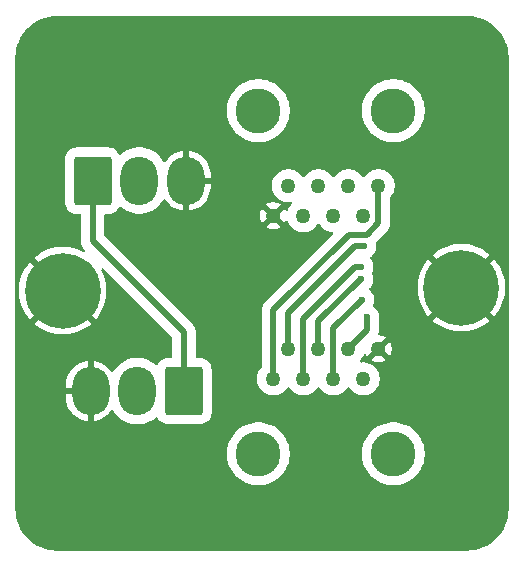
<source format=gbr>
%TF.GenerationSoftware,KiCad,Pcbnew,9.0.0*%
%TF.CreationDate,2025-04-07T00:56:54-07:00*%
%TF.ProjectId,Motor_quick_connect,4d6f746f-725f-4717-9569-636b5f636f6e,rev?*%
%TF.SameCoordinates,Original*%
%TF.FileFunction,Copper,L2,Bot*%
%TF.FilePolarity,Positive*%
%FSLAX46Y46*%
G04 Gerber Fmt 4.6, Leading zero omitted, Abs format (unit mm)*
G04 Created by KiCad (PCBNEW 9.0.0) date 2025-04-07 00:56:54*
%MOMM*%
%LPD*%
G01*
G04 APERTURE LIST*
G04 Aperture macros list*
%AMRoundRect*
0 Rectangle with rounded corners*
0 $1 Rounding radius*
0 $2 $3 $4 $5 $6 $7 $8 $9 X,Y pos of 4 corners*
0 Add a 4 corners polygon primitive as box body*
4,1,4,$2,$3,$4,$5,$6,$7,$8,$9,$2,$3,0*
0 Add four circle primitives for the rounded corners*
1,1,$1+$1,$2,$3*
1,1,$1+$1,$4,$5*
1,1,$1+$1,$6,$7*
1,1,$1+$1,$8,$9*
0 Add four rect primitives between the rounded corners*
20,1,$1+$1,$2,$3,$4,$5,0*
20,1,$1+$1,$4,$5,$6,$7,0*
20,1,$1+$1,$6,$7,$8,$9,0*
20,1,$1+$1,$8,$9,$2,$3,0*%
G04 Aperture macros list end*
%TA.AperFunction,ComponentPad*%
%ADD10C,3.600000*%
%TD*%
%TA.AperFunction,ConnectorPad*%
%ADD11C,6.400000*%
%TD*%
%TA.AperFunction,ComponentPad*%
%ADD12RoundRect,0.250000X-1.330000X-1.800000X1.330000X-1.800000X1.330000X1.800000X-1.330000X1.800000X0*%
%TD*%
%TA.AperFunction,ComponentPad*%
%ADD13O,3.160000X4.100000*%
%TD*%
%TA.AperFunction,ComponentPad*%
%ADD14C,1.270000*%
%TD*%
%TA.AperFunction,ComponentPad*%
%ADD15C,3.810000*%
%TD*%
%TA.AperFunction,ComponentPad*%
%ADD16RoundRect,0.250000X1.330000X1.800000X-1.330000X1.800000X-1.330000X-1.800000X1.330000X-1.800000X0*%
%TD*%
%TA.AperFunction,ViaPad*%
%ADD17C,0.600000*%
%TD*%
%TA.AperFunction,Conductor*%
%ADD18C,0.500000*%
%TD*%
G04 APERTURE END LIST*
D10*
%TO.P,H2,1,1*%
%TO.N,GND*%
X75750000Y-57750000D03*
D11*
X75750000Y-57750000D03*
%TD*%
D12*
%TO.P,J3,1,Pin_1*%
%TO.N,/Sin0*%
X44530000Y-48675000D03*
D13*
%TO.P,J3,2,Pin_2*%
%TO.N,/Cos0*%
X48490000Y-48675000D03*
%TO.P,J3,3,Pin_3*%
%TO.N,GND*%
X52450000Y-48675000D03*
%TD*%
D14*
%TO.P,J4,1,1*%
%TO.N,+5V*%
X59837700Y-65461300D03*
%TO.P,J4,2,2*%
%TO.N,/C_A0*%
X61107700Y-62921300D03*
%TO.P,J4,3,3*%
%TO.N,/C_B0*%
X62377700Y-65461300D03*
%TO.P,J4,4,4*%
%TO.N,/C_I0*%
X63647700Y-62921300D03*
%TO.P,J4,5,5*%
%TO.N,/SEA_I0*%
X64917700Y-65461300D03*
%TO.P,J4,6,6*%
%TO.N,/SEA_A0*%
X66187700Y-62921300D03*
%TO.P,J4,7,7*%
%TO.N,/SEA_B0*%
X67457700Y-65461300D03*
%TO.P,J4,8,8*%
%TO.N,GND*%
X68727700Y-62921300D03*
D15*
%TO.P,J4,9*%
%TO.N,N/C*%
X58567700Y-71811300D03*
%TO.P,J4,10*%
X69997700Y-71811300D03*
%TD*%
D16*
%TO.P,J11,1,Pin_1*%
%TO.N,/Sin0*%
X52280000Y-66500000D03*
D13*
%TO.P,J11,2,Pin_2*%
%TO.N,/Cos0*%
X48320000Y-66500000D03*
%TO.P,J11,3,Pin_3*%
%TO.N,GND*%
X44360000Y-66500000D03*
%TD*%
D10*
%TO.P,H1,1,1*%
%TO.N,GND*%
X42000000Y-58000000D03*
D11*
X42000000Y-58000000D03*
%TD*%
D14*
%TO.P,J6,1,1*%
%TO.N,+5V*%
X68730000Y-49100000D03*
%TO.P,J6,2,2*%
%TO.N,/C_A0*%
X67460000Y-51640000D03*
%TO.P,J6,3,3*%
%TO.N,/C_B0*%
X66190000Y-49100000D03*
%TO.P,J6,4,4*%
%TO.N,/C_I0*%
X64920000Y-51640000D03*
%TO.P,J6,5,5*%
%TO.N,/SEA_I0*%
X63650000Y-49100000D03*
%TO.P,J6,6,6*%
%TO.N,/SEA_A0*%
X62380000Y-51640000D03*
%TO.P,J6,7,7*%
%TO.N,/SEA_B0*%
X61110000Y-49100000D03*
%TO.P,J6,8,8*%
%TO.N,GND*%
X59840000Y-51640000D03*
D15*
%TO.P,J6,9*%
%TO.N,N/C*%
X70000000Y-42750000D03*
%TO.P,J6,10*%
X58570000Y-42750000D03*
%TD*%
D17*
%TO.N,/C_A0*%
X67500000Y-54250000D03*
%TO.N,/C_B0*%
X67250000Y-56000000D03*
%TO.N,/C_I0*%
X67250000Y-57000000D03*
%TO.N,/SEA_A0*%
X67750000Y-60250000D03*
%TO.N,/SEA_I0*%
X67310662Y-58750000D03*
%TD*%
D18*
%TO.N,+5V*%
X59837700Y-59662300D02*
X66250000Y-53250000D01*
X67750000Y-53250000D02*
X68730000Y-52270000D01*
X59837700Y-65461300D02*
X59837700Y-59662300D01*
X66250000Y-53250000D02*
X67750000Y-53250000D01*
X68730000Y-52270000D02*
X68730000Y-49100000D01*
%TO.N,/C_A0*%
X61107700Y-59900936D02*
X61107700Y-62921300D01*
X67500000Y-54250000D02*
X66758636Y-54250000D01*
X66758636Y-54250000D02*
X61107700Y-59900936D01*
%TO.N,/C_B0*%
X62377700Y-60372300D02*
X62377700Y-65461300D01*
X66750000Y-56000000D02*
X62377700Y-60372300D01*
X67250000Y-56000000D02*
X66750000Y-56000000D01*
%TO.N,/C_I0*%
X67250000Y-57000000D02*
X63647700Y-60602300D01*
X63647700Y-60602300D02*
X63647700Y-62921300D01*
%TO.N,/Sin0*%
X44530000Y-53780000D02*
X52280000Y-61530000D01*
X44530000Y-48675000D02*
X44530000Y-53780000D01*
X52280000Y-61530000D02*
X52280000Y-66500000D01*
%TO.N,/SEA_A0*%
X67750000Y-60250000D02*
X67750000Y-61359000D01*
X67750000Y-61359000D02*
X66187700Y-62921300D01*
%TO.N,/SEA_I0*%
X67310662Y-58750000D02*
X64917700Y-61142962D01*
X64917700Y-61142962D02*
X64917700Y-65461300D01*
%TD*%
%TA.AperFunction,Conductor*%
%TO.N,GND*%
G36*
X76253032Y-34750648D02*
G01*
X76586929Y-34767052D01*
X76599037Y-34768245D01*
X76702146Y-34783539D01*
X76926699Y-34816849D01*
X76938617Y-34819219D01*
X77259951Y-34899709D01*
X77271588Y-34903240D01*
X77342806Y-34928722D01*
X77583467Y-35014832D01*
X77594688Y-35019479D01*
X77894163Y-35161120D01*
X77904871Y-35166844D01*
X78188988Y-35337137D01*
X78199106Y-35343897D01*
X78465170Y-35541224D01*
X78474576Y-35548944D01*
X78720013Y-35771395D01*
X78728604Y-35779986D01*
X78915755Y-35986475D01*
X78951055Y-36025423D01*
X78958775Y-36034829D01*
X79156102Y-36300893D01*
X79162862Y-36311011D01*
X79291776Y-36526092D01*
X79333148Y-36595116D01*
X79338885Y-36605848D01*
X79480514Y-36905297D01*
X79485170Y-36916540D01*
X79596759Y-37228411D01*
X79600292Y-37240055D01*
X79680777Y-37561369D01*
X79683151Y-37573305D01*
X79731754Y-37900962D01*
X79732947Y-37913071D01*
X79749351Y-38246966D01*
X79749500Y-38253051D01*
X79749500Y-76496948D01*
X79749351Y-76503033D01*
X79732947Y-76836928D01*
X79731754Y-76849037D01*
X79683151Y-77176694D01*
X79680777Y-77188630D01*
X79600292Y-77509944D01*
X79596759Y-77521588D01*
X79485170Y-77833459D01*
X79480514Y-77844702D01*
X79338885Y-78144151D01*
X79333148Y-78154883D01*
X79162862Y-78438988D01*
X79156102Y-78449106D01*
X78958775Y-78715170D01*
X78951055Y-78724576D01*
X78728611Y-78970006D01*
X78720006Y-78978611D01*
X78474576Y-79201055D01*
X78465170Y-79208775D01*
X78199106Y-79406102D01*
X78188988Y-79412862D01*
X77904883Y-79583148D01*
X77894151Y-79588885D01*
X77594702Y-79730514D01*
X77583459Y-79735170D01*
X77271588Y-79846759D01*
X77259944Y-79850292D01*
X76938630Y-79930777D01*
X76926694Y-79933151D01*
X76599037Y-79981754D01*
X76586928Y-79982947D01*
X76271989Y-79998419D01*
X76253031Y-79999351D01*
X76246949Y-79999500D01*
X41503051Y-79999500D01*
X41496968Y-79999351D01*
X41476900Y-79998365D01*
X41163071Y-79982947D01*
X41150962Y-79981754D01*
X40823305Y-79933151D01*
X40811369Y-79930777D01*
X40490055Y-79850292D01*
X40478411Y-79846759D01*
X40166540Y-79735170D01*
X40155301Y-79730515D01*
X39855844Y-79588883D01*
X39845121Y-79583150D01*
X39561011Y-79412862D01*
X39550893Y-79406102D01*
X39284829Y-79208775D01*
X39275423Y-79201055D01*
X39236475Y-79165755D01*
X39029986Y-78978604D01*
X39021395Y-78970013D01*
X38798944Y-78724576D01*
X38791224Y-78715170D01*
X38593897Y-78449106D01*
X38587137Y-78438988D01*
X38416844Y-78154871D01*
X38411120Y-78144163D01*
X38269479Y-77844688D01*
X38264829Y-77833459D01*
X38153240Y-77521588D01*
X38149707Y-77509944D01*
X38140958Y-77475015D01*
X38069219Y-77188617D01*
X38066848Y-77176694D01*
X38018245Y-76849037D01*
X38017052Y-76836927D01*
X38000649Y-76503032D01*
X38000500Y-76496948D01*
X38000500Y-71662165D01*
X55912200Y-71662165D01*
X55912200Y-71960434D01*
X55945593Y-72256801D01*
X55945595Y-72256813D01*
X56011964Y-72547597D01*
X56110472Y-72829118D01*
X56239880Y-73097836D01*
X56239882Y-73097839D01*
X56398566Y-73350383D01*
X56584527Y-73583571D01*
X56795429Y-73794473D01*
X57028617Y-73980434D01*
X57281161Y-74139118D01*
X57549883Y-74268528D01*
X57831402Y-74367035D01*
X57831404Y-74367035D01*
X57831405Y-74367036D01*
X58122186Y-74433405D01*
X58418565Y-74466799D01*
X58418566Y-74466800D01*
X58418570Y-74466800D01*
X58716834Y-74466800D01*
X58716834Y-74466799D01*
X59013214Y-74433405D01*
X59303995Y-74367036D01*
X59585517Y-74268528D01*
X59854239Y-74139118D01*
X60106783Y-73980434D01*
X60339971Y-73794473D01*
X60550873Y-73583571D01*
X60736834Y-73350383D01*
X60895518Y-73097839D01*
X61024928Y-72829117D01*
X61123436Y-72547595D01*
X61189805Y-72256814D01*
X61223200Y-71960430D01*
X61223200Y-71662170D01*
X61223199Y-71662165D01*
X67342200Y-71662165D01*
X67342200Y-71960434D01*
X67375593Y-72256801D01*
X67375595Y-72256813D01*
X67441964Y-72547597D01*
X67540472Y-72829118D01*
X67669880Y-73097836D01*
X67669882Y-73097839D01*
X67828566Y-73350383D01*
X68014527Y-73583571D01*
X68225429Y-73794473D01*
X68458617Y-73980434D01*
X68711161Y-74139118D01*
X68979883Y-74268528D01*
X69261402Y-74367035D01*
X69261404Y-74367035D01*
X69261405Y-74367036D01*
X69552186Y-74433405D01*
X69848565Y-74466799D01*
X69848566Y-74466800D01*
X69848570Y-74466800D01*
X70146834Y-74466800D01*
X70146834Y-74466799D01*
X70443214Y-74433405D01*
X70733995Y-74367036D01*
X71015517Y-74268528D01*
X71284239Y-74139118D01*
X71536783Y-73980434D01*
X71769971Y-73794473D01*
X71980873Y-73583571D01*
X72166834Y-73350383D01*
X72325518Y-73097839D01*
X72454928Y-72829117D01*
X72553436Y-72547595D01*
X72619805Y-72256814D01*
X72653200Y-71960430D01*
X72653200Y-71662170D01*
X72619805Y-71365786D01*
X72553436Y-71075005D01*
X72454928Y-70793483D01*
X72325518Y-70524761D01*
X72166834Y-70272217D01*
X71980873Y-70039029D01*
X71769971Y-69828127D01*
X71536783Y-69642166D01*
X71284239Y-69483482D01*
X71284236Y-69483480D01*
X71015518Y-69354072D01*
X70733996Y-69255564D01*
X70733998Y-69255564D01*
X70515909Y-69205787D01*
X70443214Y-69189195D01*
X70443210Y-69189194D01*
X70443201Y-69189193D01*
X70146834Y-69155800D01*
X70146830Y-69155800D01*
X69848570Y-69155800D01*
X69848566Y-69155800D01*
X69552198Y-69189193D01*
X69552186Y-69189195D01*
X69261402Y-69255564D01*
X68979881Y-69354072D01*
X68711163Y-69483480D01*
X68458618Y-69642165D01*
X68225429Y-69828126D01*
X68014526Y-70039029D01*
X67828565Y-70272218D01*
X67669880Y-70524763D01*
X67540472Y-70793481D01*
X67441964Y-71075002D01*
X67375595Y-71365786D01*
X67375593Y-71365798D01*
X67342200Y-71662165D01*
X61223199Y-71662165D01*
X61189805Y-71365786D01*
X61123436Y-71075005D01*
X61024928Y-70793483D01*
X60895518Y-70524761D01*
X60736834Y-70272217D01*
X60550873Y-70039029D01*
X60339971Y-69828127D01*
X60106783Y-69642166D01*
X59854239Y-69483482D01*
X59854236Y-69483480D01*
X59585518Y-69354072D01*
X59303996Y-69255564D01*
X59303998Y-69255564D01*
X59085909Y-69205787D01*
X59013214Y-69189195D01*
X59013210Y-69189194D01*
X59013201Y-69189193D01*
X58716834Y-69155800D01*
X58716830Y-69155800D01*
X58418570Y-69155800D01*
X58418566Y-69155800D01*
X58122198Y-69189193D01*
X58122186Y-69189195D01*
X57831402Y-69255564D01*
X57549881Y-69354072D01*
X57281163Y-69483480D01*
X57028618Y-69642165D01*
X56795429Y-69828126D01*
X56584526Y-70039029D01*
X56398565Y-70272218D01*
X56239880Y-70524763D01*
X56110472Y-70793481D01*
X56011964Y-71075002D01*
X55945595Y-71365786D01*
X55945593Y-71365798D01*
X55912200Y-71662165D01*
X38000500Y-71662165D01*
X38000500Y-57818234D01*
X38300000Y-57818234D01*
X38300000Y-58181765D01*
X38335632Y-58543556D01*
X38406550Y-58900090D01*
X38406553Y-58900101D01*
X38512086Y-59247997D01*
X38651207Y-59583864D01*
X38651209Y-59583869D01*
X38822570Y-59904462D01*
X38822581Y-59904480D01*
X39024551Y-60206750D01*
X39211678Y-60434765D01*
X39211679Y-60434766D01*
X40705747Y-58940697D01*
X40779588Y-59042330D01*
X40957670Y-59220412D01*
X41059301Y-59294251D01*
X39565232Y-60788319D01*
X39565233Y-60788320D01*
X39793249Y-60975448D01*
X40095519Y-61177418D01*
X40095537Y-61177429D01*
X40416130Y-61348790D01*
X40416135Y-61348792D01*
X40752002Y-61487913D01*
X41099898Y-61593446D01*
X41099909Y-61593449D01*
X41456443Y-61664367D01*
X41818234Y-61700000D01*
X42181766Y-61700000D01*
X42543556Y-61664367D01*
X42900090Y-61593449D01*
X42900101Y-61593446D01*
X43247997Y-61487913D01*
X43583864Y-61348792D01*
X43583869Y-61348790D01*
X43904462Y-61177429D01*
X43904480Y-61177418D01*
X44206736Y-60975457D01*
X44206750Y-60975447D01*
X44434765Y-60788320D01*
X44434766Y-60788319D01*
X42940698Y-59294251D01*
X43042330Y-59220412D01*
X43220412Y-59042330D01*
X43294251Y-58940698D01*
X44788319Y-60434766D01*
X44788320Y-60434765D01*
X44975447Y-60206750D01*
X44975457Y-60206736D01*
X45177418Y-59904480D01*
X45177429Y-59904462D01*
X45348790Y-59583869D01*
X45348792Y-59583864D01*
X45487913Y-59247997D01*
X45593446Y-58900101D01*
X45593449Y-58900090D01*
X45664367Y-58543556D01*
X45700000Y-58181765D01*
X45700000Y-57818234D01*
X45664367Y-57456443D01*
X45593449Y-57099909D01*
X45593446Y-57099898D01*
X45487913Y-56752002D01*
X45348793Y-56416137D01*
X45280757Y-56288851D01*
X45266515Y-56220448D01*
X45291515Y-56155204D01*
X45347820Y-56113833D01*
X45417553Y-56109471D01*
X45477796Y-56142716D01*
X51243181Y-61908101D01*
X51276666Y-61969424D01*
X51279500Y-61995782D01*
X51279500Y-63575500D01*
X51259815Y-63642539D01*
X51207011Y-63688294D01*
X51155500Y-63699500D01*
X50891971Y-63699500D01*
X50891965Y-63699500D01*
X50891964Y-63699501D01*
X50880316Y-63700536D01*
X50772584Y-63710113D01*
X50576954Y-63766089D01*
X50486772Y-63813196D01*
X50396593Y-63860302D01*
X50396591Y-63860303D01*
X50396590Y-63860304D01*
X50238890Y-63988890D01*
X50110302Y-64146593D01*
X50110300Y-64146595D01*
X50058824Y-64245141D01*
X50010337Y-64295448D01*
X49942350Y-64311555D01*
X49876447Y-64288348D01*
X49861235Y-64275410D01*
X49859907Y-64274082D01*
X49859900Y-64274076D01*
X49617538Y-64088106D01*
X49617537Y-64088105D01*
X49617534Y-64088103D01*
X49471313Y-64003682D01*
X49352972Y-63935357D01*
X49352955Y-63935349D01*
X49070722Y-63818445D01*
X48775630Y-63739375D01*
X48472756Y-63699500D01*
X48472749Y-63699500D01*
X48167251Y-63699500D01*
X48167243Y-63699500D01*
X47864369Y-63739375D01*
X47569277Y-63818445D01*
X47287044Y-63935349D01*
X47287027Y-63935357D01*
X47022461Y-64088106D01*
X46780099Y-64274076D01*
X46780092Y-64274082D01*
X46564082Y-64490092D01*
X46564076Y-64490099D01*
X46378104Y-64732464D01*
X46302530Y-64863359D01*
X46251963Y-64911574D01*
X46183356Y-64924796D01*
X46118491Y-64898828D01*
X46096192Y-64874730D01*
X46095640Y-64875155D01*
X45927181Y-64655617D01*
X45927174Y-64655609D01*
X45734391Y-64462826D01*
X45734382Y-64462818D01*
X45518066Y-64296831D01*
X45281937Y-64160503D01*
X45281927Y-64160499D01*
X45030029Y-64056159D01*
X44766655Y-63985588D01*
X44610000Y-63964963D01*
X44610000Y-65683519D01*
X44607936Y-65682665D01*
X44443718Y-65650000D01*
X44276282Y-65650000D01*
X44112064Y-65682665D01*
X44110000Y-65683519D01*
X44110000Y-63964963D01*
X44109999Y-63964963D01*
X43953344Y-63985588D01*
X43689970Y-64056159D01*
X43438072Y-64160499D01*
X43438062Y-64160503D01*
X43201933Y-64296831D01*
X42985617Y-64462818D01*
X42792818Y-64655617D01*
X42626831Y-64871933D01*
X42490503Y-65108062D01*
X42490499Y-65108072D01*
X42386159Y-65359970D01*
X42315588Y-65623344D01*
X42280000Y-65893669D01*
X42280000Y-66250000D01*
X43543520Y-66250000D01*
X43542665Y-66252064D01*
X43510000Y-66416282D01*
X43510000Y-66583718D01*
X43542665Y-66747936D01*
X43543520Y-66750000D01*
X42280000Y-66750000D01*
X42280000Y-67106330D01*
X42315588Y-67376655D01*
X42386159Y-67640029D01*
X42490499Y-67891927D01*
X42490503Y-67891937D01*
X42626831Y-68128066D01*
X42792818Y-68344382D01*
X42792826Y-68344391D01*
X42985609Y-68537174D01*
X42985617Y-68537181D01*
X43201933Y-68703168D01*
X43438062Y-68839496D01*
X43438072Y-68839500D01*
X43689970Y-68943840D01*
X43953344Y-69014411D01*
X44110000Y-69035034D01*
X44110000Y-67316480D01*
X44112064Y-67317335D01*
X44276282Y-67350000D01*
X44443718Y-67350000D01*
X44607936Y-67317335D01*
X44610000Y-67316480D01*
X44610000Y-69035033D01*
X44766655Y-69014411D01*
X45030029Y-68943840D01*
X45281927Y-68839500D01*
X45281937Y-68839496D01*
X45518066Y-68703168D01*
X45734382Y-68537181D01*
X45734391Y-68537174D01*
X45927174Y-68344391D01*
X45927181Y-68344382D01*
X46095640Y-68124845D01*
X46096832Y-68125760D01*
X46145613Y-68084963D01*
X46214934Y-68076230D01*
X46277973Y-68106362D01*
X46302531Y-68136640D01*
X46378103Y-68267534D01*
X46378106Y-68267539D01*
X46378108Y-68267541D01*
X46564076Y-68509900D01*
X46564082Y-68509907D01*
X46780092Y-68725917D01*
X46780098Y-68725922D01*
X47022466Y-68911897D01*
X47192506Y-69010070D01*
X47287027Y-69064642D01*
X47287032Y-69064644D01*
X47287035Y-69064646D01*
X47287039Y-69064647D01*
X47287044Y-69064650D01*
X47376555Y-69101726D01*
X47569278Y-69181555D01*
X47864367Y-69260624D01*
X48086623Y-69289885D01*
X48167235Y-69300498D01*
X48167251Y-69300500D01*
X48167258Y-69300500D01*
X48472742Y-69300500D01*
X48472749Y-69300500D01*
X48775633Y-69260624D01*
X49070722Y-69181555D01*
X49352965Y-69064646D01*
X49617534Y-68911897D01*
X49859902Y-68725922D01*
X49861228Y-68724595D01*
X49861720Y-68724326D01*
X49862946Y-68723252D01*
X49863121Y-68723452D01*
X49863123Y-68723451D01*
X49863140Y-68723473D01*
X49863186Y-68723526D01*
X49922543Y-68691106D01*
X49992236Y-68696082D01*
X50048174Y-68737947D01*
X50058821Y-68754852D01*
X50103036Y-68839496D01*
X50110302Y-68853407D01*
X50238890Y-69011109D01*
X50304544Y-69064642D01*
X50396593Y-69139698D01*
X50576951Y-69233909D01*
X50772582Y-69289886D01*
X50891963Y-69300500D01*
X53668036Y-69300499D01*
X53787418Y-69289886D01*
X53983049Y-69233909D01*
X54163407Y-69139698D01*
X54321109Y-69011109D01*
X54449698Y-68853407D01*
X54543909Y-68673049D01*
X54599886Y-68477418D01*
X54610500Y-68358037D01*
X54610499Y-65352259D01*
X58452200Y-65352259D01*
X58452200Y-65570340D01*
X58486316Y-65785739D01*
X58553708Y-65993151D01*
X58606813Y-66097374D01*
X58652714Y-66187460D01*
X58780900Y-66363893D01*
X58935107Y-66518100D01*
X59111540Y-66646286D01*
X59203345Y-66693063D01*
X59305848Y-66745291D01*
X59305850Y-66745291D01*
X59305853Y-66745293D01*
X59513261Y-66812684D01*
X59728659Y-66846800D01*
X59728660Y-66846800D01*
X59946740Y-66846800D01*
X59946741Y-66846800D01*
X60162139Y-66812684D01*
X60369547Y-66745293D01*
X60563860Y-66646286D01*
X60740293Y-66518100D01*
X60894500Y-66363893D01*
X61007382Y-66208523D01*
X61062712Y-66165858D01*
X61132325Y-66159879D01*
X61194120Y-66192485D01*
X61208017Y-66208523D01*
X61320900Y-66363893D01*
X61475107Y-66518100D01*
X61651540Y-66646286D01*
X61743345Y-66693063D01*
X61845848Y-66745291D01*
X61845850Y-66745291D01*
X61845853Y-66745293D01*
X62053261Y-66812684D01*
X62268659Y-66846800D01*
X62268660Y-66846800D01*
X62486740Y-66846800D01*
X62486741Y-66846800D01*
X62702139Y-66812684D01*
X62909547Y-66745293D01*
X63103860Y-66646286D01*
X63280293Y-66518100D01*
X63434500Y-66363893D01*
X63547382Y-66208523D01*
X63602712Y-66165858D01*
X63672325Y-66159879D01*
X63734120Y-66192485D01*
X63748017Y-66208523D01*
X63860900Y-66363893D01*
X64015107Y-66518100D01*
X64191540Y-66646286D01*
X64283345Y-66693063D01*
X64385848Y-66745291D01*
X64385850Y-66745291D01*
X64385853Y-66745293D01*
X64593261Y-66812684D01*
X64808659Y-66846800D01*
X64808660Y-66846800D01*
X65026740Y-66846800D01*
X65026741Y-66846800D01*
X65242139Y-66812684D01*
X65449547Y-66745293D01*
X65643860Y-66646286D01*
X65820293Y-66518100D01*
X65974500Y-66363893D01*
X66087382Y-66208523D01*
X66142712Y-66165858D01*
X66212325Y-66159879D01*
X66274120Y-66192485D01*
X66288017Y-66208523D01*
X66400900Y-66363893D01*
X66555107Y-66518100D01*
X66731540Y-66646286D01*
X66823345Y-66693063D01*
X66925848Y-66745291D01*
X66925850Y-66745291D01*
X66925853Y-66745293D01*
X67133261Y-66812684D01*
X67348659Y-66846800D01*
X67348660Y-66846800D01*
X67566740Y-66846800D01*
X67566741Y-66846800D01*
X67782139Y-66812684D01*
X67989547Y-66745293D01*
X68183860Y-66646286D01*
X68360293Y-66518100D01*
X68514500Y-66363893D01*
X68642686Y-66187460D01*
X68741693Y-65993147D01*
X68809084Y-65785739D01*
X68843200Y-65570341D01*
X68843200Y-65352259D01*
X68809084Y-65136861D01*
X68741693Y-64929453D01*
X68741691Y-64929450D01*
X68741691Y-64929448D01*
X68657880Y-64764961D01*
X68642686Y-64735140D01*
X68514500Y-64558707D01*
X68360293Y-64404500D01*
X68183860Y-64276314D01*
X68176736Y-64272684D01*
X67989551Y-64177308D01*
X67782139Y-64109916D01*
X67612881Y-64083108D01*
X67566741Y-64075800D01*
X67348659Y-64075800D01*
X67302516Y-64083108D01*
X67276073Y-64079690D01*
X67249404Y-64079964D01*
X67241950Y-64075280D01*
X67233223Y-64074153D01*
X67212824Y-64056981D01*
X67190242Y-64042793D01*
X67186504Y-64034824D01*
X67179771Y-64029157D01*
X67171894Y-64003682D01*
X67160568Y-63979538D01*
X67161731Y-63970812D01*
X67159132Y-63962405D01*
X67166278Y-63936715D01*
X67169803Y-63910281D01*
X67176237Y-63900911D01*
X67177857Y-63895091D01*
X67188580Y-63880396D01*
X67191851Y-63876541D01*
X67244500Y-63823893D01*
X67372686Y-63647460D01*
X67471693Y-63453147D01*
X67477759Y-63434475D01*
X67517194Y-63376801D01*
X67581552Y-63349602D01*
X67650399Y-63361514D01*
X67701876Y-63408757D01*
X67706174Y-63416498D01*
X67756956Y-63516162D01*
X67756958Y-63516166D01*
X67766351Y-63529093D01*
X67766351Y-63529094D01*
X68346700Y-62948745D01*
X68346700Y-62971460D01*
X68372664Y-63068361D01*
X68422824Y-63155240D01*
X68493760Y-63226176D01*
X68580639Y-63276336D01*
X68677540Y-63302300D01*
X68700254Y-63302300D01*
X68119905Y-63882647D01*
X68119905Y-63882648D01*
X68132829Y-63892038D01*
X68292006Y-63973144D01*
X68461919Y-64028353D01*
X68638369Y-64056300D01*
X68817031Y-64056300D01*
X68993480Y-64028353D01*
X69163393Y-63973144D01*
X69322567Y-63892039D01*
X69322572Y-63892037D01*
X69335494Y-63882647D01*
X68755147Y-63302300D01*
X68777860Y-63302300D01*
X68874761Y-63276336D01*
X68961640Y-63226176D01*
X69032576Y-63155240D01*
X69082736Y-63068361D01*
X69108700Y-62971460D01*
X69108700Y-62948746D01*
X69689048Y-63529094D01*
X69698437Y-63516172D01*
X69698439Y-63516167D01*
X69779544Y-63356993D01*
X69834753Y-63187080D01*
X69862700Y-63010631D01*
X69862700Y-62831968D01*
X69834753Y-62655519D01*
X69779544Y-62485606D01*
X69698438Y-62326429D01*
X69689047Y-62313505D01*
X69108700Y-62893852D01*
X69108700Y-62871140D01*
X69082736Y-62774239D01*
X69032576Y-62687360D01*
X68961640Y-62616424D01*
X68874761Y-62566264D01*
X68777860Y-62540300D01*
X68755146Y-62540300D01*
X69335494Y-61959951D01*
X69322569Y-61950560D01*
X69163393Y-61869455D01*
X68993480Y-61814246D01*
X68816514Y-61786218D01*
X68753379Y-61756289D01*
X68716448Y-61696977D01*
X68714295Y-61639553D01*
X68723467Y-61593446D01*
X68750500Y-61457541D01*
X68750500Y-60604334D01*
X68753420Y-60577584D01*
X68755770Y-60566944D01*
X68760130Y-60556420D01*
X68800500Y-60353465D01*
X68800500Y-60146535D01*
X68760130Y-59943580D01*
X68680941Y-59752402D01*
X68565977Y-59580345D01*
X68565975Y-59580342D01*
X68419657Y-59434024D01*
X68340341Y-59381027D01*
X68304332Y-59356967D01*
X68259527Y-59303355D01*
X68250820Y-59234031D01*
X68258660Y-59206418D01*
X68320792Y-59056420D01*
X68361162Y-58853465D01*
X68361162Y-58646535D01*
X68320792Y-58443580D01*
X68241603Y-58252402D01*
X68126639Y-58080345D01*
X68126637Y-58080342D01*
X67978644Y-57932349D01*
X67945159Y-57871026D01*
X67950143Y-57801334D01*
X67978643Y-57756988D01*
X68065977Y-57669655D01*
X68133744Y-57568234D01*
X72050000Y-57568234D01*
X72050000Y-57931765D01*
X72085632Y-58293556D01*
X72156550Y-58650090D01*
X72156553Y-58650101D01*
X72262086Y-58997997D01*
X72401207Y-59333864D01*
X72401209Y-59333869D01*
X72572570Y-59654462D01*
X72572581Y-59654480D01*
X72774551Y-59956750D01*
X72961678Y-60184765D01*
X72961679Y-60184766D01*
X74455747Y-58690697D01*
X74529588Y-58792330D01*
X74707670Y-58970412D01*
X74809301Y-59044251D01*
X73315232Y-60538319D01*
X73315233Y-60538320D01*
X73543249Y-60725448D01*
X73845519Y-60927418D01*
X73845537Y-60927429D01*
X74166130Y-61098790D01*
X74166135Y-61098792D01*
X74502002Y-61237913D01*
X74849898Y-61343446D01*
X74849909Y-61343449D01*
X75206443Y-61414367D01*
X75568234Y-61450000D01*
X75931766Y-61450000D01*
X76293556Y-61414367D01*
X76650090Y-61343449D01*
X76650101Y-61343446D01*
X76997997Y-61237913D01*
X77333864Y-61098792D01*
X77333869Y-61098790D01*
X77654462Y-60927429D01*
X77654480Y-60927418D01*
X77956736Y-60725457D01*
X77956750Y-60725447D01*
X78184765Y-60538320D01*
X78184766Y-60538319D01*
X76690698Y-59044251D01*
X76792330Y-58970412D01*
X76970412Y-58792330D01*
X77044251Y-58690698D01*
X78538319Y-60184766D01*
X78538320Y-60184765D01*
X78725447Y-59956750D01*
X78725457Y-59956736D01*
X78927418Y-59654480D01*
X78927429Y-59654462D01*
X79098790Y-59333869D01*
X79098792Y-59333864D01*
X79237913Y-58997997D01*
X79343446Y-58650101D01*
X79343449Y-58650090D01*
X79414367Y-58293556D01*
X79450000Y-57931765D01*
X79450000Y-57568234D01*
X79414367Y-57206443D01*
X79343449Y-56849909D01*
X79343446Y-56849898D01*
X79237913Y-56502002D01*
X79098792Y-56166135D01*
X79098790Y-56166130D01*
X78927429Y-55845537D01*
X78927418Y-55845519D01*
X78725448Y-55543249D01*
X78538320Y-55315233D01*
X78538319Y-55315232D01*
X77044251Y-56809300D01*
X76970412Y-56707670D01*
X76792330Y-56529588D01*
X76690698Y-56455748D01*
X78184766Y-54961679D01*
X78184765Y-54961678D01*
X77956750Y-54774551D01*
X77654480Y-54572581D01*
X77654462Y-54572570D01*
X77333869Y-54401209D01*
X77333864Y-54401207D01*
X76997997Y-54262086D01*
X76650101Y-54156553D01*
X76650090Y-54156550D01*
X76293556Y-54085632D01*
X75931766Y-54050000D01*
X75568234Y-54050000D01*
X75206443Y-54085632D01*
X74849909Y-54156550D01*
X74849898Y-54156553D01*
X74502002Y-54262086D01*
X74166135Y-54401207D01*
X74166130Y-54401209D01*
X73845537Y-54572570D01*
X73845519Y-54572581D01*
X73543258Y-54774545D01*
X73543254Y-54774548D01*
X73315233Y-54961679D01*
X73315233Y-54961680D01*
X74809301Y-56455748D01*
X74707670Y-56529588D01*
X74529588Y-56707670D01*
X74455748Y-56809301D01*
X72961680Y-55315233D01*
X72961679Y-55315233D01*
X72774548Y-55543254D01*
X72774545Y-55543258D01*
X72572581Y-55845519D01*
X72572570Y-55845537D01*
X72401209Y-56166130D01*
X72401207Y-56166135D01*
X72262086Y-56502002D01*
X72156553Y-56849898D01*
X72156550Y-56849909D01*
X72085632Y-57206443D01*
X72050000Y-57568234D01*
X68133744Y-57568234D01*
X68180941Y-57497598D01*
X68260130Y-57306420D01*
X68300500Y-57103465D01*
X68300500Y-56896535D01*
X68260130Y-56693580D01*
X68199600Y-56547450D01*
X68192132Y-56477984D01*
X68199598Y-56452554D01*
X68260130Y-56306420D01*
X68300500Y-56103465D01*
X68300500Y-55896535D01*
X68260130Y-55693580D01*
X68180941Y-55502402D01*
X68065977Y-55330345D01*
X68065975Y-55330342D01*
X68055867Y-55320234D01*
X68022382Y-55258911D01*
X68027366Y-55189219D01*
X68069238Y-55133286D01*
X68074637Y-55129465D01*
X68169655Y-55065977D01*
X68211087Y-55024545D01*
X68312820Y-54922813D01*
X68315974Y-54919658D01*
X68315975Y-54919657D01*
X68315977Y-54919655D01*
X68430941Y-54747598D01*
X68510130Y-54556420D01*
X68550500Y-54353465D01*
X68550500Y-54146535D01*
X68535642Y-54071837D01*
X68516625Y-53976229D01*
X68522852Y-53906637D01*
X68550559Y-53864360D01*
X69507139Y-52907782D01*
X69567163Y-52817949D01*
X69616632Y-52743914D01*
X69692051Y-52561835D01*
X69730500Y-52368541D01*
X69730500Y-50110255D01*
X69750185Y-50043216D01*
X69766819Y-50022574D01*
X69786800Y-50002593D01*
X69914986Y-49826160D01*
X70013993Y-49631847D01*
X70081384Y-49424439D01*
X70115500Y-49209041D01*
X70115500Y-48990959D01*
X70081384Y-48775561D01*
X70013993Y-48568153D01*
X70013991Y-48568150D01*
X70013991Y-48568148D01*
X69941053Y-48425000D01*
X69914986Y-48373840D01*
X69786800Y-48197407D01*
X69632593Y-48043200D01*
X69456160Y-47915014D01*
X69261851Y-47816008D01*
X69054439Y-47748616D01*
X68839041Y-47714500D01*
X68620959Y-47714500D01*
X68513260Y-47731558D01*
X68405560Y-47748616D01*
X68198148Y-47816008D01*
X68003839Y-47915014D01*
X67827404Y-48043202D01*
X67673202Y-48197404D01*
X67560318Y-48352776D01*
X67504988Y-48395441D01*
X67435375Y-48401420D01*
X67373580Y-48368814D01*
X67359682Y-48352776D01*
X67246800Y-48197407D01*
X67092593Y-48043200D01*
X66916160Y-47915014D01*
X66721851Y-47816008D01*
X66514439Y-47748616D01*
X66299041Y-47714500D01*
X66080959Y-47714500D01*
X65973260Y-47731558D01*
X65865560Y-47748616D01*
X65658148Y-47816008D01*
X65463839Y-47915014D01*
X65287404Y-48043202D01*
X65133202Y-48197404D01*
X65020318Y-48352776D01*
X64964988Y-48395441D01*
X64895375Y-48401420D01*
X64833580Y-48368814D01*
X64819682Y-48352776D01*
X64706800Y-48197407D01*
X64552593Y-48043200D01*
X64376160Y-47915014D01*
X64181851Y-47816008D01*
X63974439Y-47748616D01*
X63759041Y-47714500D01*
X63540959Y-47714500D01*
X63433260Y-47731558D01*
X63325560Y-47748616D01*
X63118148Y-47816008D01*
X62923839Y-47915014D01*
X62747404Y-48043202D01*
X62593202Y-48197404D01*
X62480318Y-48352776D01*
X62424988Y-48395441D01*
X62355375Y-48401420D01*
X62293580Y-48368814D01*
X62279682Y-48352776D01*
X62166800Y-48197407D01*
X62012593Y-48043200D01*
X61836160Y-47915014D01*
X61641851Y-47816008D01*
X61434439Y-47748616D01*
X61219041Y-47714500D01*
X61000959Y-47714500D01*
X60893260Y-47731558D01*
X60785560Y-47748616D01*
X60578148Y-47816008D01*
X60383839Y-47915014D01*
X60207404Y-48043202D01*
X60053202Y-48197404D01*
X59925014Y-48373839D01*
X59826008Y-48568148D01*
X59758616Y-48775560D01*
X59724500Y-48990959D01*
X59724500Y-49209040D01*
X59758616Y-49424439D01*
X59826008Y-49631851D01*
X59910961Y-49798579D01*
X59925014Y-49826160D01*
X60053200Y-50002593D01*
X60207407Y-50156800D01*
X60383840Y-50284986D01*
X60436154Y-50311641D01*
X60578148Y-50383991D01*
X60578150Y-50383991D01*
X60578153Y-50383993D01*
X60785561Y-50451384D01*
X61000959Y-50485500D01*
X61000960Y-50485500D01*
X61219038Y-50485500D01*
X61219041Y-50485500D01*
X61265184Y-50478191D01*
X61334474Y-50487145D01*
X61387926Y-50532140D01*
X61408567Y-50598891D01*
X61389843Y-50666205D01*
X61372262Y-50688344D01*
X61323202Y-50737404D01*
X61195014Y-50913839D01*
X61096008Y-51108149D01*
X61089939Y-51126828D01*
X61050500Y-51184502D01*
X60986140Y-51211698D01*
X60917294Y-51199782D01*
X60865820Y-51152536D01*
X60861524Y-51144801D01*
X60810738Y-51045129D01*
X60801347Y-51032205D01*
X60221000Y-51612552D01*
X60221000Y-51589840D01*
X60195036Y-51492939D01*
X60144876Y-51406060D01*
X60073940Y-51335124D01*
X59987061Y-51284964D01*
X59890160Y-51259000D01*
X59867447Y-51259000D01*
X60447794Y-50678652D01*
X60447793Y-50678651D01*
X60434869Y-50669260D01*
X60275693Y-50588155D01*
X60105780Y-50532946D01*
X59929331Y-50505000D01*
X59750669Y-50505000D01*
X59574219Y-50532946D01*
X59404306Y-50588155D01*
X59245127Y-50669262D01*
X59232205Y-50678651D01*
X59232204Y-50678651D01*
X59812554Y-51259000D01*
X59789840Y-51259000D01*
X59692939Y-51284964D01*
X59606060Y-51335124D01*
X59535124Y-51406060D01*
X59484964Y-51492939D01*
X59459000Y-51589840D01*
X59459000Y-51612553D01*
X58878651Y-51032204D01*
X58878651Y-51032205D01*
X58869262Y-51045127D01*
X58788155Y-51204306D01*
X58732946Y-51374219D01*
X58705000Y-51550668D01*
X58705000Y-51729331D01*
X58732946Y-51905780D01*
X58788155Y-52075693D01*
X58869260Y-52234869D01*
X58878651Y-52247793D01*
X58878652Y-52247794D01*
X59459000Y-51667446D01*
X59459000Y-51690160D01*
X59484964Y-51787061D01*
X59535124Y-51873940D01*
X59606060Y-51944876D01*
X59692939Y-51995036D01*
X59789840Y-52021000D01*
X59812554Y-52021000D01*
X59232205Y-52601347D01*
X59232205Y-52601348D01*
X59245129Y-52610738D01*
X59404306Y-52691844D01*
X59574219Y-52747053D01*
X59750669Y-52775000D01*
X59929331Y-52775000D01*
X60105780Y-52747053D01*
X60275693Y-52691844D01*
X60434867Y-52610739D01*
X60434872Y-52610737D01*
X60447794Y-52601347D01*
X59867447Y-52021000D01*
X59890160Y-52021000D01*
X59987061Y-51995036D01*
X60073940Y-51944876D01*
X60144876Y-51873940D01*
X60195036Y-51787061D01*
X60221000Y-51690160D01*
X60221000Y-51667446D01*
X60801347Y-52247794D01*
X60810737Y-52234872D01*
X60810739Y-52234868D01*
X60861524Y-52135198D01*
X60909498Y-52084402D01*
X60977319Y-52067607D01*
X61043454Y-52090144D01*
X61086906Y-52144859D01*
X61089939Y-52153173D01*
X61096006Y-52171847D01*
X61180961Y-52338579D01*
X61195014Y-52366160D01*
X61323200Y-52542593D01*
X61477407Y-52696800D01*
X61653840Y-52824986D01*
X61745645Y-52871763D01*
X61848148Y-52923991D01*
X61848150Y-52923991D01*
X61848153Y-52923993D01*
X62055561Y-52991384D01*
X62270959Y-53025500D01*
X62270960Y-53025500D01*
X62489040Y-53025500D01*
X62489041Y-53025500D01*
X62704439Y-52991384D01*
X62911847Y-52923993D01*
X63106160Y-52824986D01*
X63282593Y-52696800D01*
X63436800Y-52542593D01*
X63549682Y-52387223D01*
X63605012Y-52344558D01*
X63674625Y-52338579D01*
X63736420Y-52371185D01*
X63750317Y-52387223D01*
X63863200Y-52542593D01*
X64017407Y-52696800D01*
X64193840Y-52824986D01*
X64285645Y-52871763D01*
X64388148Y-52923991D01*
X64388150Y-52923991D01*
X64388153Y-52923993D01*
X64499329Y-52960116D01*
X64595560Y-52991384D01*
X64625924Y-52996193D01*
X64785219Y-53021423D01*
X64848352Y-53051351D01*
X64885284Y-53110662D01*
X64884286Y-53180525D01*
X64853501Y-53231576D01*
X60587483Y-57497596D01*
X59199920Y-58885159D01*
X59199918Y-58885161D01*
X59130238Y-58954840D01*
X59060559Y-59024519D01*
X58951071Y-59188380D01*
X58951066Y-59188389D01*
X58920978Y-59261029D01*
X58920972Y-59261043D01*
X58920098Y-59263155D01*
X58875649Y-59370464D01*
X58872204Y-59387782D01*
X58870271Y-59397495D01*
X58870271Y-59397498D01*
X58837200Y-59563756D01*
X58837200Y-64451045D01*
X58817515Y-64518084D01*
X58800881Y-64538726D01*
X58780902Y-64558704D01*
X58652714Y-64735139D01*
X58553708Y-64929448D01*
X58486316Y-65136860D01*
X58452200Y-65352259D01*
X54610499Y-65352259D01*
X54610499Y-64641964D01*
X54599886Y-64522582D01*
X54543909Y-64326951D01*
X54449698Y-64146593D01*
X54375959Y-64056159D01*
X54321109Y-63988890D01*
X54163409Y-63860304D01*
X54163410Y-63860304D01*
X54163407Y-63860302D01*
X53983049Y-63766091D01*
X53983048Y-63766090D01*
X53983045Y-63766089D01*
X53865829Y-63732550D01*
X53787418Y-63710114D01*
X53787415Y-63710113D01*
X53787413Y-63710113D01*
X53714631Y-63703642D01*
X53668037Y-63699500D01*
X53668033Y-63699500D01*
X53404500Y-63699500D01*
X53337461Y-63679815D01*
X53291706Y-63627011D01*
X53280500Y-63575500D01*
X53280500Y-61431456D01*
X53242052Y-61238170D01*
X53242051Y-61238169D01*
X53242051Y-61238165D01*
X53216889Y-61177418D01*
X53166635Y-61056092D01*
X53166628Y-61056079D01*
X53057139Y-60892218D01*
X53057136Y-60892214D01*
X52914686Y-60749764D01*
X52914655Y-60749735D01*
X45566819Y-53401899D01*
X45533334Y-53340576D01*
X45530500Y-53314218D01*
X45530500Y-51599499D01*
X45550185Y-51532460D01*
X45602989Y-51486705D01*
X45654500Y-51475499D01*
X45918028Y-51475499D01*
X45918036Y-51475499D01*
X46037418Y-51464886D01*
X46233049Y-51408909D01*
X46413407Y-51314698D01*
X46571109Y-51186109D01*
X46699698Y-51028407D01*
X46751176Y-50929856D01*
X46799660Y-50879552D01*
X46867648Y-50863444D01*
X46933551Y-50886650D01*
X46948764Y-50899589D01*
X46950092Y-50900917D01*
X46950099Y-50900923D01*
X46995084Y-50935441D01*
X47192466Y-51086897D01*
X47361523Y-51184502D01*
X47457027Y-51239642D01*
X47457032Y-51239644D01*
X47457035Y-51239646D01*
X47457039Y-51239647D01*
X47457044Y-51239650D01*
X47546555Y-51276726D01*
X47739278Y-51356555D01*
X48034367Y-51435624D01*
X48256623Y-51464885D01*
X48337235Y-51475498D01*
X48337251Y-51475500D01*
X48337258Y-51475500D01*
X48642742Y-51475500D01*
X48642749Y-51475500D01*
X48945633Y-51435624D01*
X49240722Y-51356555D01*
X49522965Y-51239646D01*
X49787534Y-51086897D01*
X50029902Y-50900922D01*
X50245922Y-50684902D01*
X50431897Y-50442534D01*
X50507470Y-50311636D01*
X50558033Y-50263425D01*
X50626640Y-50250201D01*
X50691505Y-50276169D01*
X50713811Y-50300266D01*
X50714360Y-50299845D01*
X50882818Y-50519382D01*
X50882826Y-50519391D01*
X51075609Y-50712174D01*
X51075617Y-50712181D01*
X51291933Y-50878168D01*
X51528062Y-51014496D01*
X51528072Y-51014500D01*
X51779970Y-51118840D01*
X52043344Y-51189411D01*
X52200000Y-51210034D01*
X52200000Y-49491480D01*
X52202064Y-49492335D01*
X52366282Y-49525000D01*
X52533718Y-49525000D01*
X52697936Y-49492335D01*
X52700000Y-49491480D01*
X52700000Y-51210033D01*
X52856655Y-51189411D01*
X53120029Y-51118840D01*
X53371927Y-51014500D01*
X53371937Y-51014496D01*
X53608066Y-50878168D01*
X53824382Y-50712181D01*
X53824391Y-50712174D01*
X54017174Y-50519391D01*
X54017181Y-50519382D01*
X54183168Y-50303066D01*
X54319496Y-50066937D01*
X54319500Y-50066927D01*
X54423840Y-49815029D01*
X54494411Y-49551655D01*
X54530000Y-49281330D01*
X54530000Y-48925000D01*
X53266480Y-48925000D01*
X53267335Y-48922936D01*
X53300000Y-48758718D01*
X53300000Y-48591282D01*
X53267335Y-48427064D01*
X53266480Y-48425000D01*
X54530000Y-48425000D01*
X54530000Y-48068669D01*
X54494411Y-47798344D01*
X54423840Y-47534970D01*
X54319500Y-47283072D01*
X54319496Y-47283062D01*
X54183168Y-47046933D01*
X54017181Y-46830617D01*
X54017174Y-46830609D01*
X53824391Y-46637826D01*
X53824382Y-46637818D01*
X53608066Y-46471831D01*
X53371937Y-46335503D01*
X53371927Y-46335499D01*
X53120029Y-46231159D01*
X52856655Y-46160588D01*
X52700000Y-46139963D01*
X52700000Y-47858519D01*
X52697936Y-47857665D01*
X52533718Y-47825000D01*
X52366282Y-47825000D01*
X52202064Y-47857665D01*
X52200000Y-47858519D01*
X52200000Y-46139963D01*
X52199999Y-46139963D01*
X52043344Y-46160588D01*
X51779970Y-46231159D01*
X51528072Y-46335499D01*
X51528062Y-46335503D01*
X51291933Y-46471831D01*
X51075617Y-46637818D01*
X50882818Y-46830617D01*
X50714360Y-47050155D01*
X50713185Y-47049253D01*
X50664292Y-47090077D01*
X50594963Y-47098753D01*
X50531950Y-47068570D01*
X50507470Y-47038363D01*
X50431897Y-46907466D01*
X50245922Y-46665098D01*
X50245917Y-46665092D01*
X50029907Y-46449082D01*
X50029900Y-46449076D01*
X49787538Y-46263106D01*
X49787537Y-46263105D01*
X49787534Y-46263103D01*
X49682050Y-46202202D01*
X49522972Y-46110357D01*
X49522955Y-46110349D01*
X49240722Y-45993445D01*
X48945630Y-45914375D01*
X48642756Y-45874500D01*
X48642749Y-45874500D01*
X48337251Y-45874500D01*
X48337243Y-45874500D01*
X48034369Y-45914375D01*
X47739277Y-45993445D01*
X47457044Y-46110349D01*
X47457027Y-46110357D01*
X47192461Y-46263106D01*
X46950099Y-46449076D01*
X46950095Y-46449079D01*
X46948754Y-46450421D01*
X46948256Y-46450692D01*
X46947045Y-46451755D01*
X46946807Y-46451483D01*
X46887427Y-46483898D01*
X46817736Y-46478906D01*
X46761807Y-46437028D01*
X46751177Y-46420145D01*
X46699698Y-46321593D01*
X46625959Y-46231159D01*
X46571109Y-46163890D01*
X46413409Y-46035304D01*
X46413410Y-46035304D01*
X46413407Y-46035302D01*
X46233049Y-45941091D01*
X46233048Y-45941090D01*
X46233045Y-45941089D01*
X46115829Y-45907550D01*
X46037418Y-45885114D01*
X46037415Y-45885113D01*
X46037413Y-45885113D01*
X45971102Y-45879217D01*
X45918037Y-45874500D01*
X45918032Y-45874500D01*
X43141971Y-45874500D01*
X43141965Y-45874500D01*
X43141964Y-45874501D01*
X43130316Y-45875536D01*
X43022584Y-45885113D01*
X42826954Y-45941089D01*
X42736772Y-45988196D01*
X42646593Y-46035302D01*
X42646591Y-46035303D01*
X42646590Y-46035304D01*
X42488890Y-46163890D01*
X42360304Y-46321590D01*
X42266089Y-46501954D01*
X42210114Y-46697583D01*
X42210113Y-46697586D01*
X42199500Y-46816966D01*
X42199500Y-50533028D01*
X42199501Y-50533034D01*
X42210113Y-50652415D01*
X42266089Y-50848045D01*
X42266090Y-50848048D01*
X42266091Y-50848049D01*
X42360302Y-51028407D01*
X42373937Y-51045129D01*
X42488890Y-51186109D01*
X42520273Y-51211698D01*
X42646593Y-51314698D01*
X42826951Y-51408909D01*
X43022582Y-51464886D01*
X43141963Y-51475500D01*
X43405501Y-51475499D01*
X43472539Y-51495183D01*
X43518294Y-51547987D01*
X43529500Y-51599499D01*
X43529500Y-53878543D01*
X43551140Y-53987334D01*
X43567946Y-54071828D01*
X43567949Y-54071837D01*
X43643364Y-54253907D01*
X43643371Y-54253920D01*
X43752860Y-54417781D01*
X43752863Y-54417785D01*
X43857279Y-54522201D01*
X43890764Y-54583524D01*
X43885780Y-54653216D01*
X43843908Y-54709149D01*
X43778444Y-54733566D01*
X43711145Y-54719240D01*
X43583869Y-54651209D01*
X43583864Y-54651207D01*
X43247997Y-54512086D01*
X42900101Y-54406553D01*
X42900090Y-54406550D01*
X42543556Y-54335632D01*
X42181766Y-54300000D01*
X41818234Y-54300000D01*
X41456443Y-54335632D01*
X41099909Y-54406550D01*
X41099898Y-54406553D01*
X40752002Y-54512086D01*
X40416135Y-54651207D01*
X40416130Y-54651209D01*
X40095537Y-54822570D01*
X40095519Y-54822581D01*
X39793258Y-55024545D01*
X39793254Y-55024548D01*
X39565233Y-55211679D01*
X39565233Y-55211680D01*
X41059301Y-56705748D01*
X40957670Y-56779588D01*
X40779588Y-56957670D01*
X40705748Y-57059301D01*
X39211680Y-55565233D01*
X39211679Y-55565233D01*
X39024548Y-55793254D01*
X39024545Y-55793258D01*
X38822581Y-56095519D01*
X38822570Y-56095537D01*
X38651209Y-56416130D01*
X38651207Y-56416135D01*
X38512086Y-56752002D01*
X38406553Y-57099898D01*
X38406550Y-57099909D01*
X38335632Y-57456443D01*
X38300000Y-57818234D01*
X38000500Y-57818234D01*
X38000500Y-42600865D01*
X55914500Y-42600865D01*
X55914500Y-42899134D01*
X55947893Y-43195501D01*
X55947895Y-43195513D01*
X56014264Y-43486297D01*
X56112772Y-43767818D01*
X56242180Y-44036536D01*
X56242182Y-44036539D01*
X56400866Y-44289083D01*
X56586827Y-44522271D01*
X56797729Y-44733173D01*
X57030917Y-44919134D01*
X57283461Y-45077818D01*
X57552183Y-45207228D01*
X57833702Y-45305735D01*
X57833704Y-45305735D01*
X57833705Y-45305736D01*
X58124486Y-45372105D01*
X58420865Y-45405499D01*
X58420866Y-45405500D01*
X58420870Y-45405500D01*
X58719134Y-45405500D01*
X58719134Y-45405499D01*
X59015514Y-45372105D01*
X59306295Y-45305736D01*
X59587817Y-45207228D01*
X59856539Y-45077818D01*
X60109083Y-44919134D01*
X60342271Y-44733173D01*
X60553173Y-44522271D01*
X60739134Y-44289083D01*
X60897818Y-44036539D01*
X61027228Y-43767817D01*
X61125736Y-43486295D01*
X61192105Y-43195514D01*
X61225500Y-42899130D01*
X61225500Y-42600870D01*
X61225499Y-42600865D01*
X67344500Y-42600865D01*
X67344500Y-42899134D01*
X67377893Y-43195501D01*
X67377895Y-43195513D01*
X67444264Y-43486297D01*
X67542772Y-43767818D01*
X67672180Y-44036536D01*
X67672182Y-44036539D01*
X67830866Y-44289083D01*
X68016827Y-44522271D01*
X68227729Y-44733173D01*
X68460917Y-44919134D01*
X68713461Y-45077818D01*
X68982183Y-45207228D01*
X69263702Y-45305735D01*
X69263704Y-45305735D01*
X69263705Y-45305736D01*
X69554486Y-45372105D01*
X69850865Y-45405499D01*
X69850866Y-45405500D01*
X69850870Y-45405500D01*
X70149134Y-45405500D01*
X70149134Y-45405499D01*
X70445514Y-45372105D01*
X70736295Y-45305736D01*
X71017817Y-45207228D01*
X71286539Y-45077818D01*
X71539083Y-44919134D01*
X71772271Y-44733173D01*
X71983173Y-44522271D01*
X72169134Y-44289083D01*
X72327818Y-44036539D01*
X72457228Y-43767817D01*
X72555736Y-43486295D01*
X72622105Y-43195514D01*
X72655500Y-42899130D01*
X72655500Y-42600870D01*
X72622105Y-42304486D01*
X72555736Y-42013705D01*
X72457228Y-41732183D01*
X72327818Y-41463461D01*
X72169134Y-41210917D01*
X71983173Y-40977729D01*
X71772271Y-40766827D01*
X71539083Y-40580866D01*
X71286539Y-40422182D01*
X71286536Y-40422180D01*
X71017818Y-40292772D01*
X70736296Y-40194264D01*
X70736298Y-40194264D01*
X70518209Y-40144487D01*
X70445514Y-40127895D01*
X70445510Y-40127894D01*
X70445501Y-40127893D01*
X70149134Y-40094500D01*
X70149130Y-40094500D01*
X69850870Y-40094500D01*
X69850866Y-40094500D01*
X69554498Y-40127893D01*
X69554486Y-40127895D01*
X69263702Y-40194264D01*
X68982181Y-40292772D01*
X68713463Y-40422180D01*
X68460918Y-40580865D01*
X68227729Y-40766826D01*
X68016826Y-40977729D01*
X67830865Y-41210918D01*
X67672180Y-41463463D01*
X67542772Y-41732181D01*
X67444264Y-42013702D01*
X67377895Y-42304486D01*
X67377893Y-42304498D01*
X67344500Y-42600865D01*
X61225499Y-42600865D01*
X61192105Y-42304486D01*
X61125736Y-42013705D01*
X61027228Y-41732183D01*
X60897818Y-41463461D01*
X60739134Y-41210917D01*
X60553173Y-40977729D01*
X60342271Y-40766827D01*
X60109083Y-40580866D01*
X59856539Y-40422182D01*
X59856536Y-40422180D01*
X59587818Y-40292772D01*
X59306296Y-40194264D01*
X59306298Y-40194264D01*
X59088209Y-40144487D01*
X59015514Y-40127895D01*
X59015510Y-40127894D01*
X59015501Y-40127893D01*
X58719134Y-40094500D01*
X58719130Y-40094500D01*
X58420870Y-40094500D01*
X58420866Y-40094500D01*
X58124498Y-40127893D01*
X58124486Y-40127895D01*
X57833702Y-40194264D01*
X57552181Y-40292772D01*
X57283463Y-40422180D01*
X57030918Y-40580865D01*
X56797729Y-40766826D01*
X56586826Y-40977729D01*
X56400865Y-41210918D01*
X56242180Y-41463463D01*
X56112772Y-41732181D01*
X56014264Y-42013702D01*
X55947895Y-42304486D01*
X55947893Y-42304498D01*
X55914500Y-42600865D01*
X38000500Y-42600865D01*
X38000500Y-38253051D01*
X38000649Y-38246967D01*
X38017052Y-37913072D01*
X38018245Y-37900962D01*
X38066849Y-37573296D01*
X38069218Y-37561385D01*
X38149710Y-37240043D01*
X38153240Y-37228411D01*
X38264835Y-36916525D01*
X38269476Y-36905318D01*
X38411124Y-36605828D01*
X38416840Y-36595136D01*
X38587145Y-36310998D01*
X38593888Y-36300905D01*
X38791232Y-36034818D01*
X38798935Y-36025433D01*
X39021405Y-35779975D01*
X39029975Y-35771405D01*
X39275433Y-35548935D01*
X39284818Y-35541232D01*
X39550905Y-35343888D01*
X39560998Y-35337145D01*
X39845136Y-35166840D01*
X39855828Y-35161124D01*
X40155318Y-35019476D01*
X40166525Y-35014835D01*
X40478412Y-34903239D01*
X40490043Y-34899710D01*
X40811385Y-34819218D01*
X40823296Y-34816849D01*
X41150962Y-34768244D01*
X41163068Y-34767052D01*
X41496967Y-34750648D01*
X41503051Y-34750500D01*
X41565892Y-34750500D01*
X76184108Y-34750500D01*
X76246949Y-34750500D01*
X76253032Y-34750648D01*
G37*
%TD.AperFunction*%
%TD*%
M02*

</source>
